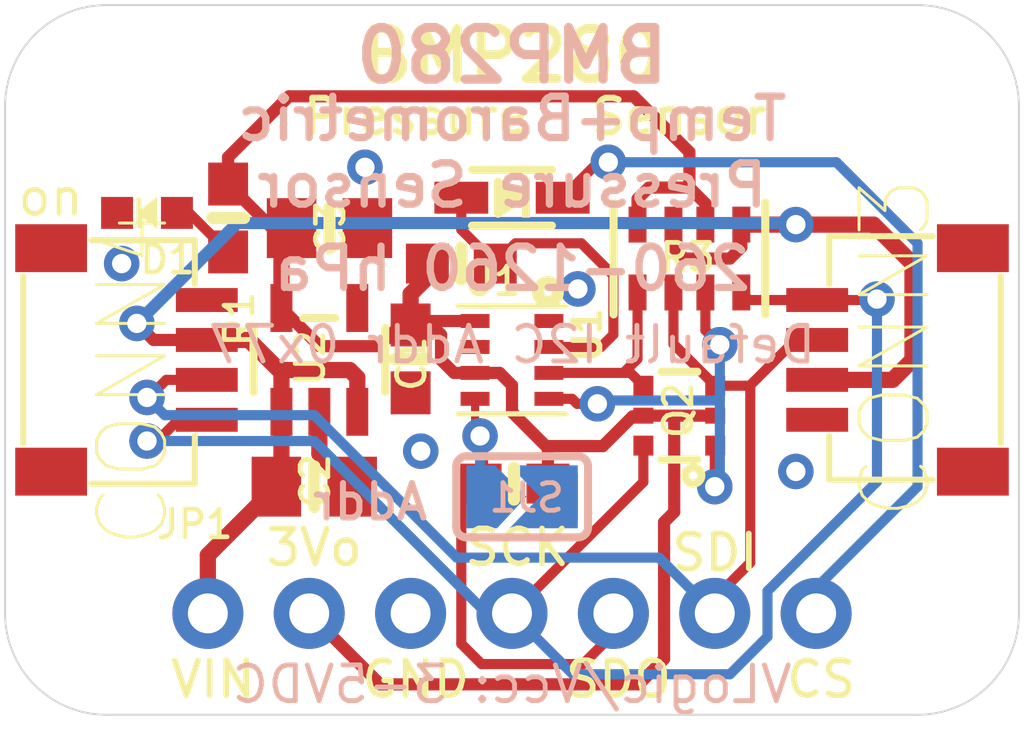
<source format=kicad_pcb>
(kicad_pcb (version 20240108) (generator "pcbnew") (generator_version "8.0")
  (layers (0 "F.Cu" signal) (31 "B.Cu" signal) (34 "B.Paste" user) (35 "F.Paste" user) (36 "B.SilkS" user "B.Silkscreen") (37 "F.SilkS" user "F.Silkscreen") (38 "B.Mask" user) (39 "F.Mask" user) (44 "Edge.Cuts" user))
  (net 0 "")
  (net 1 "GND")
  (net 2 "3.3V")
  (net 3 "VCC")
  (net 4 "/SCK{slash}SCL")
  (net 5 "/SDI{slash}SDA")
  (net 6 "Net-(D1-PadA)")
  (net 7 "/CS_3V")
  (net 8 "/CS")
  (net 9 "/SDO{slash}ADR")
  (net 10 "/SCK_3V")
  (net 11 "/SDI_3V")
  (footprint "Adafruit BMP280 STEMMA QT:SOD-323" (layer "F.Cu") (at 148.5011 100.9396 180)
    (property "Reference" "D2" (hide yes))
    (property "Value" "1N4148" (hide yes))
    (fp_line (start 1 0.7) (end -1 0.7) (stroke (width 0.2032)) (layer "F.SilkS"))
    (fp_line (start 0.35 0.4) (end -0.25 0) (stroke (width 0.2032)) (layer "F.SilkS"))
    (fp_line (start 0.35 -0.4) (end 0.35 0.4) (stroke (width 0.2032)) (layer "F.SilkS"))
    (fp_line (start -0.25 0) (end 0.35 -0.4) (stroke (width 0.2032)) (layer "F.SilkS"))
    (fp_line (start -1 -0.7) (end 1 -0.7) (stroke (width 0.2032)) (layer "F.SilkS"))
    (fp_poly (pts (xy 0.3016 0.389841) (xy -0.283162 0) (xy 0.3016 -0.389841)) (fill solid) (layer "F.SilkS"))
    (fp_poly (pts (xy -0.45 0.5) (xy -0.25 0.5) (xy -0.25 -0.5) (xy -0.45 -0.5)) (fill solid) (layer "F.SilkS"))
    (pad "A" smd rect (at 1.27 0 180) (size 1.35 0.8) (layers "F.Cu" "F.Paste" "F.Mask") (net 7 "/CS_3V"))
    (pad "C" smd rect (at -1.27 0 180) (size 1.35 0.8) (layers "F.Cu" "F.Paste" "F.Mask") (net 8 "/CS"))
  )
  (footprint "Adafruit BMP280 STEMMA QT:1X07_ROUND_70" (layer "F.Cu") (at 148.5011 111.3536)
    (property "Reference" "JP1" (at -8.9662 -1.8288 0) (layer "F.SilkS") (effects (font (size 0.692831 0.692831) (thickness 0.119969)) (justify left bottom)))
    (property "Value" "HEADER-1X770MIL")
    (pad "1" thru_hole circle (at -7.62 0 90) (size 1.778 1.778) (drill 1) (layers "*.Cu" "*.Mask") (net 3 "VCC"))
    (pad "2" thru_hole circle (at -5.08 0 90) (size 1.778 1.778) (drill 1) (layers "*.Cu" "*.Mask") (net 2 "3.3V"))
    (pad "3" thru_hole circle (at -2.54 0 90) (size 1.778 1.778) (drill 1) (layers "*.Cu" "*.Mask") (net 1 "GND"))
    (pad "4" thru_hole circle (at 0 0 90) (size 1.778 1.778) (drill 1) (layers "*.Cu" "*.Mask") (net 4 "/SCK{slash}SCL"))
    (pad "5" thru_hole circle (at 2.54 0 90) (size 1.778 1.778) (drill 1) (layers "*.Cu" "*.Mask") (net 9 "/SDO{slash}ADR"))
    (pad "6" thru_hole circle (at 5.08 0 90) (size 1.778 1.778) (drill 1) (layers "*.Cu" "*.Mask") (net 5 "/SDI{slash}SDA"))
    (pad "7" thru_hole circle (at 7.62 0 90) (size 1.778 1.778) (drill 1) (layers "*.Cu" "*.Mask") (net 8 "/CS"))
  )
  (footprint "Adafruit BMP280 STEMMA QT:SOT23-5" (layer "F.Cu") (at 143.6751 105.0036)
    (property "Reference" "U2" (at -0.635 -0.816 90) (layer "F.SilkS") (effects (font (size 0.692831 0.692831) (thickness 0.119969)) (justify right top)))
    (property "Value" "AP2112K-3.3" (hide yes))
    (fp_line (start -1.65 -0.8) (end -1.65 0.8) (stroke (width 0.2032)) (layer "F.SilkS"))
    (fp_line (start -0.4 -1.05) (end 0.4 -1.05) (stroke (width 0.2032)) (layer "F.SilkS"))
    (fp_line (start 1.65 -0.8) (end 1.65 0.8) (stroke (width 0.2032)) (layer "F.SilkS"))
    (pad "1" smd rect (at -0.95 1.3001) (size 0.55 1.2) (layers "F.Cu" "F.Paste" "F.Mask") (net 3 "VCC"))
    (pad "2" smd rect (at 0 1.3001) (size 0.55 1.2) (layers "F.Cu" "F.Paste" "F.Mask") (net 1 "GND"))
    (pad "3" smd rect (at 0.95 1.3001) (size 0.55 1.2) (layers "F.Cu" "F.Paste" "F.Mask") (net 3 "VCC"))
    (pad "4" smd rect (at 0.95 -1.3001) (size 0.55 1.2) (layers "F.Cu" "F.Paste" "F.Mask"))
    (pad "5" smd rect (at -0.95 -1.3001) (size 0.55 1.2) (layers "F.Cu" "F.Paste" "F.Mask") (net 2 "3.3V"))
  )
  (footprint "Adafruit BMP280 STEMMA QT:0603-NO" (layer "F.Cu") (at 147.2311 102.5906 180)
    (property "Reference" "R5" (hide yes))
    (property "Value" "10K")
    (fp_line (start 0 -0.4) (end 0 0.4) (stroke (width 0.3048)) (layer "F.SilkS"))
    (pad "1" smd rect (at -0.85 0 180) (size 1.075 1) (layers "F.Cu" "F.Paste" "F.Mask") (net 7 "/CS_3V"))
    (pad "2" smd rect (at 0.85 0 180) (size 1.075 1) (layers "F.Cu" "F.Paste" "F.Mask") (net 2 "3.3V"))
  )
  (footprint "Adafruit BMP280 STEMMA QT:0603-NO" (layer "F.Cu") (at 141.3891 101.4476 -90)
    (property "Reference" "R1" (at 1.778 0.127 90) (layer "F.SilkS") (effects (font (size 0.692831 0.692831) (thickness 0.119969)) (justify right top)))
    (property "Value" "10K")
    (fp_line (start 0 -0.4) (end 0 0.4) (stroke (width 0.3048)) (layer "F.SilkS"))
    (pad "1" smd rect (at -0.85 0 270) (size 1.075 1) (layers "F.Cu" "F.Paste" "F.Mask") (net 2 "3.3V"))
    (pad "2" smd rect (at 0.85 0 270) (size 1.075 1) (layers "F.Cu" "F.Paste" "F.Mask") (net 6 "Net-(D1-PadA)"))
  )
  (footprint "Adafruit BMP280 STEMMA QT:RESPACK_4X0603" (layer "F.Cu") (at 152.9461 102.4636 180)
    (property "Reference" "R3" (at -0.711 0.432 0) (layer "F.SilkS") (effects (font (size 0.692831 0.692831) (thickness 0.119969)) (justify right top)))
    (property "Value" "10K" (hide yes))
    (fp_line (start 1.9 -1.4) (end 1.9 1.4) (stroke (width 0.2032)) (layer "F.SilkS"))
    (fp_line (start -1.9 1.4) (end -1.9 -1.4) (stroke (width 0.2032)) (layer "F.SilkS"))
    (pad "1" smd rect (at -1.3 0.85 180) (size 0.45 0.9) (layers "F.Cu" "F.Paste" "F.Mask") (net 3 "VCC"))
    (pad "2" smd rect (at -0.4 0.85 180) (size 0.45 0.9) (layers "F.Cu" "F.Paste" "F.Mask") (net 2 "3.3V"))
    (pad "3" smd rect (at 0.4 0.85 180) (size 0.45 0.9) (layers "F.Cu" "F.Paste" "F.Mask") (net 3 "VCC"))
    (pad "4" smd rect (at 1.3 0.85 180) (size 0.45 0.9) (layers "F.Cu" "F.Paste" "F.Mask") (net 2 "3.3V"))
    (pad "5" smd rect (at 1.3 -0.85 180) (size 0.45 0.9) (layers "F.Cu" "F.Paste" "F.Mask") (net 11 "/SDI_3V"))
    (pad "6" smd rect (at 0.4 -0.85 180) (size 0.45 0.9) (layers "F.Cu" "F.Paste" "F.Mask") (net 5 "/SDI{slash}SDA"))
    (pad "7" smd rect (at -0.4 -0.85 180) (size 0.45 0.9) (layers "F.Cu" "F.Paste" "F.Mask") (net 10 "/SCK_3V"))
    (pad "8" smd rect (at -1.3 -0.85 180) (size 0.45 0.9) (layers "F.Cu" "F.Paste" "F.Mask") (net 4 "/SCK{slash}SCL"))
  )
  (footprint "Adafruit BMP280 STEMMA QT:0603-NO" (layer "F.Cu") (at 145.9611 104.9782 -90)
    (property "Reference" "C1" (at -0.635 0.381 90) (layer "F.SilkS") (effects (font (size 0.692831 0.692831) (thickness 0.119969)) (justify right top)))
    (property "Value" "0.1uF")
    (fp_line (start 0 -0.4) (end 0 0.4) (stroke (width 0.3048)) (layer "F.SilkS"))
    (pad "1" smd rect (at -0.85 0 270) (size 1.075 1) (layers "F.Cu" "F.Paste" "F.Mask") (net 2 "3.3V"))
    (pad "2" smd rect (at 0.85 0 270) (size 1.075 1) (layers "F.Cu" "F.Paste" "F.Mask") (net 1 "GND"))
  )
  (footprint "Adafruit BMP280 STEMMA QT:0805-NO" (layer "F.Cu") (at 143.9291 101.7016)
    (property "Reference" "C3" (at -0.381 -0.762 90) (layer "F.SilkS") (effects (font (size 0.692831 0.692831) (thickness 0.119969)) (justify right top)))
    (property "Value" "10uF" (hide yes))
    (fp_line (start 0 -0.508) (end 0 0.508) (stroke (width 0.3048)) (layer "F.SilkS"))
    (pad "1" smd rect (at -0.95 0) (size 1.24 1.5) (layers "F.Cu" "F.Paste" "F.Mask") (net 2 "3.3V"))
    (pad "2" smd rect (at 0.95 0) (size 1.24 1.5) (layers "F.Cu" "F.Paste" "F.Mask") (net 1 "GND"))
  )
  (footprint "Adafruit BMP280 STEMMA QT:JST_SH4" (layer "F.Cu") (at 138.3411 105.0036 -90)
    (property "Reference" "CONN4" (at -3.965 0.323 90) (layer "F.SilkS") (effects (font (size 1.703222 1.703222) (thickness 0.074778)) (justify right top)))
    (property "Value" "STEMMA_I2C_QT" (hide yes))
    (fp_line (start -2.1 2.086) (end 2.1 2.086) (stroke (width 0.1524)) (layer "F.SilkS"))
    (fp_line (start -3 0.386) (end -3 -2.214) (stroke (width 0.1524)) (layer "F.SilkS"))
    (fp_line (start -3 -2.214) (end -1.9 -2.214) (stroke (width 0.1524)) (layer "F.SilkS"))
    (fp_line (start 1.9 -2.214) (end 3.1 -2.214) (stroke (width 0.1524)) (layer "F.SilkS"))
    (fp_line (start 3.1 -2.214) (end 3.1 0.386) (stroke (width 0.1524)) (layer "F.SilkS"))
    (pad "1" smd rect (at -1.5 -2.514) (size 1.55 0.6) (layers "F.Cu" "F.Paste" "F.Mask") (net 1 "GND"))
    (pad "2" smd rect (at -0.5 -2.514) (size 1.55 0.6) (layers "F.Cu" "F.Paste" "F.Mask") (net 3 "VCC"))
    (pad "3" smd rect (at 0.5 -2.514) (size 1.55 0.6) (layers "F.Cu" "F.Paste" "F.Mask") (net 5 "/SDI{slash}SDA"))
    (pad "4" smd rect (at 1.5 -2.514) (size 1.55 0.6) (layers "F.Cu" "F.Paste" "F.Mask") (net 4 "/SCK{slash}SCL"))
    (pad "MT1" smd rect (at -2.8 1.386) (size 1.8 1.2) (layers "F.Cu" "F.Paste" "F.Mask"))
    (pad "MT2" smd rect (at 2.8 1.386) (size 1.8 1.2) (layers "F.Cu" "F.Paste" "F.Mask"))
  )
  (footprint "Adafruit BMP280 STEMMA QT:0603-NO" (layer "F.Cu") (at 148.5519 108.1024)
    (property "Reference" "R4" (hide yes))
    (property "Value" "10K")
    (fp_line (start 0 -0.4) (end 0 0.4) (stroke (width 0.3048)) (layer "F.SilkS"))
    (pad "1" smd rect (at -0.85 0) (size 1.075 1) (layers "F.Cu" "F.Paste" "F.Mask") (net 9 "/SDO{slash}ADR"))
    (pad "2" smd rect (at 0.85 0) (size 1.075 1) (layers "F.Cu" "F.Paste" "F.Mask") (net 2 "3.3V"))
  )
  (footprint "Adafruit BMP280 STEMMA QT:BMX280_COMBO" (layer "F.Cu") (at 148.5011 105.0036)
    (property "Reference" "U1" (at -1.26 -1.568 0) (layer "F.SilkS") (effects (font (size 0.692831 0.692831) (thickness 0.119969)) (justify left bottom)))
    (property "Value" "BMP280_COMBO")
    (fp_line (start -1.35 -1.35) (end 1.35 -1.35) (stroke (width 0.127)) (layer "F.SilkS"))
    (fp_line (start -1.35 1.35) (end 1.35 1.35) (stroke (width 0.127)) (layer "F.SilkS"))
    (fp_line (start -1.1 -1.35) (end 1.1 -1.35) (stroke (width 0.127)) (layer "F.SilkS"))
    (fp_line (start 1.1 1.35) (end -1.1 1.35) (stroke (width 0.127)) (layer "F.SilkS"))
    (fp_circle (center 0.9 -1.7) (end 1 -1.7) (stroke (width 0.3)) (fill none) (layer "F.SilkS"))
    (fp_text user "${REFERENCE}" (at 1.498 -1.39 90) (layer "F.SilkS") (effects (font (size 0.666496 0.666496) (thickness 0.146304)) (justify right top)))
    (pad "1" smd rect (at 0.925 -0.975) (size 0.725 0.35) (layers "F.Cu" "F.Paste" "F.Mask") (net 1 "GND"))
    (pad "2" smd rect (at 0.925 -0.325) (size 0.725 0.35) (layers "F.Cu" "F.Paste" "F.Mask") (net 7 "/CS_3V"))
    (pad "3" smd rect (at 0.925 0.325) (size 0.725 0.35) (layers "F.Cu" "F.Paste" "F.Mask") (net 11 "/SDI_3V"))
    (pad "4" smd rect (at 0.925 0.975) (size 0.725 0.35) (layers "F.Cu" "F.Paste" "F.Mask") (net 10 "/SCK_3V"))
    (pad "5" smd rect (at -0.925 0.975) (size 0.725 0.35) (layers "F.Cu" "F.Paste" "F.Mask") (net 9 "/SDO{slash}ADR"))
    (pad "6" smd rect (at -0.925 0.325) (size 0.725 0.35) (layers "F.Cu" "F.Paste" "F.Mask") (net 2 "3.3V"))
    (pad "7" smd rect (at -0.925 -0.325) (size 0.725 0.35) (layers "F.Cu" "F.Paste" "F.Mask") (net 1 "GND"))
    (pad "8" smd rect (at -0.925 -0.975) (size 0.725 0.35) (layers "F.Cu" "F.Paste" "F.Mask") (net 2 "3.3V"))
  )
  (footprint "Adafruit BMP280 STEMMA QT:CHIPLED_0603_NOOUTLINE" (layer "F.Cu") (at 139.3571 101.3206 90)
    (property "Reference" "D1" (at -0.762 1.27 0) (layer "F.SilkS") (effects (font (size 0.692831 0.692831) (thickness 0.119969)) (justify right top)))
    (property "Value" "GREEN" (hide yes))
    (fp_poly (pts (xy 0.412544 0.254) (xy -0.412544 0.254) (xy 0 -0.26168)) (fill solid) (layer "F.SilkS"))
    (fp_poly (pts (xy -0.381 -0.1397) (xy 0.381 -0.1397) (xy 0.381 -0.2667) (xy -0.381 -0.2667)) (fill solid) (layer "F.SilkS"))
    (pad "A" smd rect (at 0 0.75 90) (size 0.8 0.8) (layers "F.Cu" "F.Paste" "F.Mask") (net 6 "Net-(D1-PadA)"))
    (pad "C" smd rect (at 0 -0.75 90) (size 0.8 0.8) (layers "F.Cu" "F.Paste" "F.Mask") (net 1 "GND"))
  )
  (footprint "Adafruit BMP280 STEMMA QT:SOT363" (layer "F.Cu") (at 152.6921 106.4006 90)
    (property "Reference" "Q2" (at -0.635 0.381 90) (layer "F.SilkS") (effects (font (size 0.692831 0.692831) (thickness 0.119969)) (justify left bottom)))
    (property "Value" "BSS138" (hide yes))
    (fp_line (start 1.1 -0.45) (end 1.1 0.45) (stroke (width 0.2032)) (layer "F.SilkS"))
    (fp_line (start -1.1 -0.45) (end -1.1 0.45) (stroke (width 0.2032)) (layer "F.SilkS"))
    (fp_circle (center -1.5 0.35) (end -1.4 0.35) (stroke (width 0.2032)) (fill none) (layer "F.SilkS"))
    (pad "1" smd rect (at -0.75 0.9 90) (size 0.5 0.5) (layers "F.Cu" "F.Paste" "F.Mask") (net 10 "/SCK_3V"))
    (pad "2" smd rect (at 0 0.9 90) (size 0.4 0.5) (layers "F.Cu" "F.Paste" "F.Mask") (net 2 "3.3V"))
    (pad "3" smd rect (at 0.75 0.9 90) (size 0.5 0.5) (layers "F.Cu" "F.Paste" "F.Mask") (net 5 "/SDI{slash}SDA"))
    (pad "4" smd rect (at 0.75 -0.9 90) (size 0.5 0.5) (layers "F.Cu" "F.Paste" "F.Mask") (net 11 "/SDI_3V"))
    (pad "5" smd rect (at 0 -0.9 90) (size 0.4 0.5) (layers "F.Cu" "F.Paste" "F.Mask") (net 2 "3.3V"))
    (pad "6" smd rect (at -0.75 -0.9 90) (size 0.5 0.5) (layers "F.Cu" "F.Paste" "F.Mask") (net 4 "/SCK{slash}SCL"))
  )
  (footprint "Adafruit BMP280 STEMMA QT:0805-NO" (layer "F.Cu") (at 143.5481 108.1786)
    (property "Reference" "C2" (at -0.381 -0.889 90) (layer "F.SilkS") (effects (font (size 0.692831 0.692831) (thickness 0.119969)) (justify right top)))
    (property "Value" "10uF")
    (fp_line (start 0 -0.508) (end 0 0.508) (stroke (width 0.3048)) (layer "F.SilkS"))
    (pad "1" smd rect (at -0.95 0) (size 1.24 1.5) (layers "F.Cu" "F.Paste" "F.Mask") (net 3 "VCC"))
    (pad "2" smd rect (at 0.95 0) (size 1.24 1.5) (layers "F.Cu" "F.Paste" "F.Mask") (net 1 "GND"))
  )
  (footprint "Adafruit BMP280 STEMMA QT:JST_SH4" (layer "F.Cu") (at 158.6611 105.0036 90)
    (property "Reference" "CONN3" (at -4.092 0.45 90) (layer "F.SilkS") (effects (font (size 1.703222 1.703222) (thickness 0.074778)) (justify left bottom)))
    (property "Value" "STEMMA_I2C_QT" (hide yes))
    (fp_line (start 3.1 -2.214) (end 3.1 0.386) (stroke (width 0.1524)) (layer "F.SilkS"))
    (fp_line (start 1.9 -2.214) (end 3.1 -2.214) (stroke (width 0.1524)) (layer "F.SilkS"))
    (fp_line (start -3 -2.214) (end -1.9 -2.214) (stroke (width 0.1524)) (layer "F.SilkS"))
    (fp_line (start -3 0.386) (end -3 -2.214) (stroke (width 0.1524)) (layer "F.SilkS"))
    (fp_line (start -2.1 2.086) (end 2.1 2.086) (stroke (width 0.1524)) (layer "F.SilkS"))
    (pad "1" smd rect (at -1.5 -2.514 180) (size 1.55 0.6) (layers "F.Cu" "F.Paste" "F.Mask") (net 1 "GND"))
    (pad "2" smd rect (at -0.5 -2.514 180) (size 1.55 0.6) (layers "F.Cu" "F.Paste" "F.Mask") (net 3 "VCC"))
    (pad "3" smd rect (at 0.5 -2.514 180) (size 1.55 0.6) (layers "F.Cu" "F.Paste" "F.Mask") (net 5 "/SDI{slash}SDA"))
    (pad "4" smd rect (at 1.5 -2.514 180) (size 1.55 0.6) (layers "F.Cu" "F.Paste" "F.Mask") (net 4 "/SCK{slash}SCL"))
    (pad "MT1" smd rect (at -2.8 1.386 180) (size 1.8 1.2) (layers "F.Cu" "F.Paste" "F.Mask"))
    (pad "MT2" smd rect (at 2.8 1.386 180) (size 1.8 1.2) (layers "F.Cu" "F.Paste" "F.Mask"))
  )
  (footprint "Adafruit BMP280 STEMMA QT:SOLDERJUMPER_ARROW_NOPASTE" (layer "B.Cu") (at 148.7551 108.4326)
    (property "Reference" "SJ1" (at -0.889 -0.381 0) (layer "B.SilkS") (effects (font (size 0.692831 0.692831) (thickness 0.119969)) (justify right top mirror)))
    (property "Value" "SOLDERJUMPER")
    (fp_poly (pts (xy 0.106121 -0.002663) (xy -0.679416 -0.7882) (xy -1.3946 -0.7882) (xy -1.3946 0.7882) (xy -0.62715 0.7882)) (fill solid) (layer "B.Cu"))
    (fp_poly (pts (xy 1.3946 -0.7882) (xy -0.315893 -0.7882) (xy 0.443148 0) (xy -0.315893 0.7882) (xy 1.3946 0.7882)) (fill solid) (layer "B.Cu"))
    (fp_line (start -1.651 0.762) (end -1.651 -0.762) (stroke (width 0.2032)) (layer "B.SilkS"))
    (fp_line (start -1.397 -1.016) (end 1.397 -1.016) (stroke (width 0.2032)) (layer "B.SilkS"))
    (fp_line (start 1.397 1.016) (end -1.397 1.016) (stroke (width 0.2032)) (layer "B.SilkS"))
    (fp_line (start 1.651 0.762) (end 1.651 -0.762) (stroke (width 0.2032)) (layer "B.SilkS"))
    (fp_arc (start -1.651 -0.762) (mid -1.576605 -0.941605) (end -1.397 -1.016) (stroke (width 0.2032)) (layer "B.SilkS"))
    (fp_arc (start -1.397 1.016) (mid -1.576605 0.941605) (end -1.651 0.762) (stroke (width 0.2032)) (layer "B.SilkS"))
    (fp_arc (start 1.397 -1.016) (mid 1.576605 -0.941605) (end 1.651 -0.762) (stroke (width 0.2032)) (layer "B.SilkS"))
    (fp_arc (start 1.651 0.762) (mid 1.576605 0.941605) (end 1.397 1.016) (stroke (width 0.2032)) (layer "B.SilkS"))
    (pad "1" smd roundrect (at -1.016 0) (size 0.762 1.524) (layers "B.Cu") (net 9 "/SDO{slash}ADR"))
    (pad "2" smd roundrect (at 1.016 0) (size 0.762 1.524) (layers "B.Cu") (net 1 "GND"))
  )
  (gr_arc (start 138.3411 113.8936) (mid 136.545049 113.149651) (end 135.8011 111.3536) (stroke (width 0.05)) (layer "Edge.Cuts"))
  (gr_line (start 161.2011 111.3536) (end 161.2011 98.6536) (stroke (width 0.05)) (layer "Edge.Cuts"))
  (gr_line (start 158.6611 96.1136) (end 138.3411 96.1136) (stroke (width 0.05)) (layer "Edge.Cuts"))
  (gr_line (start 135.8011 98.6536) (end 135.8011 111.3536) (stroke (width 0.05)) (layer "Edge.Cuts"))
  (gr_line (start 138.3411 113.8936) (end 158.6611 113.8936) (stroke (width 0.05)) (layer "Edge.Cuts"))
  (gr_arc (start 158.6611 96.1136) (mid 160.457151 96.857549) (end 161.2011 98.6536) (stroke (width 0.05)) (layer "Edge.Cuts"))
  (gr_arc (start 161.2011 111.3536) (mid 160.457151 113.149651) (end 158.6611 113.8936) (stroke (width 0.05)) (layer "Edge.Cuts"))
  (gr_arc (start 135.8011 98.6536) (mid 136.545049 96.857549) (end 138.3411 96.1136) (stroke (width 0.05)) (layer "Edge.Cuts"))
  (gr_text "BMP280" (at 148.5011 97.3836 0) (layer "B.SilkS") (effects (font (size 1.2954 1.2954) (thickness 0.2286)) (justify mirror)))
  (gr_text "Default I2C Addr 0x77" (at 148.5011 104.6226 0) (layer "B.SilkS") (effects (font (size 0.89408 0.89408) (thickness 0.12192)) (justify mirror)))
  (gr_text "260-1260 hPa" (at 148.5011 102.7176 0) (layer "B.SilkS") (effects (font (size 1.03632 1.03632) (thickness 0.18288)) (justify mirror)))
  (gr_text "Addr" (at 144.9451 108.5596 0) (layer "B.SilkS") (effects (font (size 0.8636 0.8636) (thickness 0.1524)) (justify mirror)))
  (gr_text "VLogic/Vcc: 3-5VDC" (at 148.5011 113.1316 0) (layer "B.SilkS") (effects (font (size 0.89408 0.89408) (thickness 0.12192)) (justify mirror)))
  (gr_text "Temp+Barometric\nPressure Sensor" (at 148.5011 99.7966 0) (layer "B.SilkS") (effects (font (size 1.03632 1.03632) (thickness 0.18288)) (justify mirror)))
  (gr_text "VIN" (at 141.0081 113.0046 0) (layer "F.SilkS") (effects (font (size 0.87376 0.87376) (thickness 0.14224))))
  (gr_text "on" (at 136.0551 101.4476 0) (layer "F.SilkS") (effects (font (size 0.89408 0.89408) (thickness 0.12192)) (justify left bottom)))
  (gr_text "SDO" (at 151.1681 113.0046 0) (layer "F.SilkS") (effects (font (size 0.87376 0.87376) (thickness 0.14224))))
  (gr_text "3Vo" (at 143.5481 109.7026 0) (layer "F.SilkS") (effects (font (size 0.87376 0.87376) (thickness 0.14224))))
  (gr_text "CS" (at 156.2481 113.0046 0) (layer "F.SilkS") (effects (font (size 0.87376 0.87376) (thickness 0.14224))))
  (gr_text "SCK" (at 148.6281 109.7026 0) (layer "F.SilkS") (effects (font (size 0.87376 0.87376) (thickness 0.14224))))
  (gr_text "Pressure" (at 146.0881 98.9076 0) (layer "F.SilkS") (effects (font (size 0.8636 0.8636) (thickness 0.1524))))
  (gr_text "Sensor" (at 152.6921 98.9076 0) (layer "F.SilkS") (effects (font (size 0.8636 0.8636) (thickness 0.1524))))
  (gr_text "GND" (at 146.0881 113.0046 0) (layer "F.SilkS") (effects (font (size 0.87376 0.87376) (thickness 0.14224))))
  (gr_text "SDI" (at 153.5811 109.8296 0) (layer "F.SilkS") (effects (font (size 0.87376 0.87376) (thickness 0.14224))))
  (gr_text "BMP280" (at 148.5011 97.3836 0) (layer "F.SilkS") (effects (font (size 1.25222 1.25222) (thickness 0.22098))))
  (segment (start 143.6751 107.3556) (end 144.4981 108.1786) (width 0.4064) (layer "F.Cu") (net 1))
  (segment (start 143.6751 106.3037) (end 143.6751 107.3556) (width 0.4064) (layer "F.Cu") (net 1))
  (via (at 138.7221 102.5906) (size 0.889) (drill 0.4826) (layers "F.Cu" "B.Cu") (net 1))
  (via (at 144.8181 100.1776) (size 0.889) (drill 0.4826) (layers "F.Cu" "B.Cu") (net 1))
  (via (at 155.6131 107.7976) (size 0.889) (drill 0.4826) (layers "F.Cu" "B.Cu") (net 1))
  (via (at 146.2151 107.2896) (size 0.889) (drill 0.4826) (layers "F.Cu" "B.Cu") (net 1))
  (via (at 150.1521 103.2256) (size 0.889) (drill 0.4826) (layers "F.Cu" "B.Cu") (net 1))
  (segment (start 145.9611 103.3526) (end 146.3811 102.9326) (width 0.4064) (layer "F.Cu") (net 2))
  (segment (start 142.4931 101.7016) (end 142.9791 101.7016) (width 0.3048) (layer "F.Cu") (net 2))
  (segment (start 151.7747 106.418) (end 151.521806 106.418) (width 0.3048) (layer "F.Cu") (net 2))
  (segment (start 148.1911 105.3286) (end 147.5761 105.3286) (width 0.3048) (layer "F.Cu") (net 2))
  (segment (start 141.3891 99.9236) (end 142.9131 98.3996) (width 0.3048) (layer "F.Cu") (net 2))
  (segment (start 146.7231 105.0036) (end 146.7231 104.3686) (width 0.3048) (layer "F.Cu") (net 2))
  (segment (start 149.4019 107.2134) (end 149.4527 107.1626) (width 0.3048) (layer "F.Cu") (net 2))
  (segment (start 141.3891 100.5976) (end 142.4931 101.7016) (width 0.3048) (layer "F.Cu") (net 2))
  (segment (start 152.9461 100.6856) (end 151.9301 100.6856) (width 0.3048) (layer "F.Cu") (net 2))
  (segment (start 142.7251 103.7035) (end 143.6807 104.6591) (width 0.3048) (layer "F.Cu") (net 2))
  (segment (start 152.3111 109.0676) (end 152.5651 108.8136) (width 0.3048) (layer "F.Cu") (net 2))
  (segment (start 147.5761 104.0286) (end 146.0607 104.0286) (width 0.3048) (layer "F.Cu") (net 2))
  (segment (start 143.4211 111.3536) (end 145.1991 113.1316) (width 0.3048) (layer "F.Cu") (net 2))
  (segment (start 153.3461 101.6136) (end 153.3461 101.0856) (width 0.3048) (layer "F.Cu") (net 2))
  (segment (start 145.7071 104.1282) (end 145.1762 104.6591) (width 0.3048) (layer "F.Cu") (net 2))
  (segment (start 149.4527 107.1626) (end 150.777206 107.1626) (width 0.3048) (layer "F.Cu") (net 2))
  (segment (start 151.5491 98.3996) (end 152.9461 99.7966) (width 0.3048) (layer "F.Cu") (net 2))
  (segment (start 151.7921 106.4006) (end 151.7747 106.418) (width 0.3048) (layer "F.Cu") (net 2))
  (segment (start 142.9131 98.3996) (end 151.5491 98.3996) (width 0.3048) (layer "F.Cu") (net 2))
  (segment (start 142.7251 101.9556) (end 142.9791 101.7016) (width 0.4064) (layer "F.Cu") (net 2))
  (segment (start 141.3891 100.5976) (end 141.3891 99.9236) (width 0.3048) (layer "F.Cu") (net 2))
  (segment (start 148.5011 105.6386) (end 148.5011 106.3126) (width 0.3048) (layer "F.Cu") (net 2))
  (segment (start 151.521806 106.418) (end 150.777206 107.1626) (width 0.3048) (layer "F.Cu") (net 2))
  (segment (start 142.7251 103.7035) (end 142.7251 101.9556) (width 0.4064) (layer "F.Cu") (net 2))
  (segment (start 143.6807 104.6591) (end 145.1762 104.6591) (width 0.3048) (layer "F.Cu") (net 2))
  (segment (start 149.4019 108.1024) (end 149.4019 107.2134) (width 0.3048) (layer "F.Cu") (net 2))
  (segment (start 152.9461 99.7966) (end 152.9461 100.6856) (width 0.3048) (layer "F.Cu") (net 2))
  (segment (start 145.1991 113.1316) (end 151.6761 113.1316) (width 0.3048) (layer "F.Cu") (net 2))
  (segment (start 146.4827 104.1282) (end 145.9611 104.1282) (width 0.3048) (layer "F.Cu") (net 2))
  (segment (start 151.6461 100.9696) (end 151.6461 101.6136) (width 0.3048) (layer "F.Cu") (net 2))
  (segment (start 145.7071 104.1282) (end 145.9611 104.1282) (width 0.3048) (layer "F.Cu") (net 2))
  (segment (start 146.7231 105.0036) (end 147.0481 105.3286) (width 0.3048) (layer "F.Cu") (net 2))
  (segment (start 151.6761 113.1316) (end 152.3111 112.4966) (width 0.3048) (layer "F.Cu") (net 2))
  (segment (start 153.3461 101.0856) (end 152.9461 100.6856) (width 0.3048) (layer "F.Cu") (net 2))
  (segment (start 146.3811 102.9326) (end 146.3811 102.5906) (width 0.4064) (layer "F.Cu") (net 2))
  (segment (start 146.7231 104.3686) (end 146.4827 104.1282) (width 0.3048) (layer "F.Cu") (net 2))
  (segment (start 146.0607 104.0286) (end 145.9611 104.1282) (width 0.3048) (layer "F.Cu") (net 2))
  (segment (start 152.5651 106.4006) (end 153.5921 106.4006) (width 0.3048) (layer "F.Cu") (net 2))
  (segment (start 147.0481 105.3286) (end 147.5761 105.3286) (width 0.3048) (layer "F.Cu") (net 2))
  (segment (start 152.5651 108.8136) (end 152.5651 106.4006) (width 0.3048) (layer "F.Cu") (net 2))
  (segment (start 151.7921 106.4006) (end 152.5651 106.4006) (width 0.3048) (layer "F.Cu") (net 2))
  (segment (start 148.5011 105.6386) (end 148.1911 105.3286) (width 0.3048) (layer "F.Cu") (net 2))
  (segment (start 149.4019 107.2134) (end 148.5011 106.3126) (width 0.3048) (layer "F.Cu") (net 2))
  (segment (start 145.9611 104.1282) (end 145.9611 103.3526) (width 0.4064) (layer "F.Cu") (net 2))
  (segment (start 152.3111 112.4966) (end 152.3111 109.0676) (width 0.3048) (layer "F.Cu") (net 2))
  (segment (start 151.9301 100.6856) (end 151.6461 100.9696) (width 0.3048) (layer "F.Cu") (net 2))
  (segment (start 139.5175 104.5036) (end 139.1031 104.0892) (width 0.3048) (layer "F.Cu") (net 3))
  (segment (start 142.7861 105.2576) (end 142.7251 105.3186) (width 0.4064) (layer "F.Cu") (net 3))
  (segment (start 144.6251 105.4456) (end 144.4371 105.2576) (width 0.4064) (layer "F.Cu") (net 3))
  (segment (start 158.5341 105.0036) (end 158.0341 105.5036) (width 0.4064) (layer "F.Cu") (net 3))
  (segment (start 141.9101 104.5036) (end 142.7251 105.3186) (width 0.4064) (layer "F.Cu") (net 3))
  (segment (start 144.6251 106.3037) (end 144.6251 105.4456) (width 0.4064) (layer "F.Cu") (net 3))
  (segment (start 154.2461 102.1796) (end 154.2461 101.6136) (width 0.3048) (layer "F.Cu") (net 3))
  (segment (start 157.5571 101.6136) (end 158.5341 102.5906) (width 0.4064) (layer "F.Cu") (net 3))
  (segment (start 140.8811 109.8956) (end 142.5981 108.1786) (width 0.4064) (layer "F.Cu") (net 3))
  (segment (start 158.0341 105.5036) (end 156.1471 105.5036) (width 0.4064) (layer "F.Cu") (net 3))
  (segment (start 158.5341 102.5906) (end 158.5341 105.0036) (width 0.4064) (layer "F.Cu") (net 3))
  (segment (start 142.7251 106.3037) (end 142.7251 108.0516) (width 0.4064) (layer "F.Cu") (net 3))
  (segment (start 140.8551 104.5036) (end 141.9101 104.5036) (width 0.4064) (layer "F.Cu") (net 3))
  (segment (start 142.7251 105.3186) (end 142.7251 106.3037) (width 0.4064) (layer "F.Cu") (net 3))
  (segment (start 155.6131 101.6136) (end 157.5571 101.6136) (width 0.4064) (layer "F.Cu") (net 3))
  (segment (start 144.4371 105.2576) (end 142.7861 105.2576) (width 0.4064) (layer "F.Cu") (net 3))
  (segment (start 140.8551 104.5036) (end 139.5175 104.5036) (width 0.3048) (layer "F.Cu") (net 3))
  (segment (start 152.8191 102.4636) (end 153.9621 102.4636) (width 0.3048) (layer "F.Cu") (net 3))
  (segment (start 154.2461 101.6136) (end 155.6131 101.6136) (width 0.4064) (layer "F.Cu") (net 3))
  (segment (start 152.5461 102.1906) (end 152.8191 102.4636) (width 0.3048) (layer "F.Cu") (net 3))
  (segment (start 152.5461 101.6136) (end 152.5461 102.1906) (width 0.3048) (layer "F.Cu") (net 3))
  (segment (start 153.9621 102.4636) (end 154.2461 102.1796) (width 0.3048) (layer "F.Cu") (net 3))
  (segment (start 142.7251 108.0516) (end 142.5981 108.1786) (width 0.4064) (layer "F.Cu") (net 3))
  (segment (start 140.8811 111.3536) (end 140.8811 109.8956) (width 0.4064) (layer "F.Cu") (net 3))
  (via (at 155.6131 101.6136) (size 0.889) (drill 0.4826) (layers "F.Cu" "B.Cu") (net 3))
  (via (at 139.1031 104.0892) (size 0.889) (drill 0.4826) (layers "F.Cu" "B.Cu") (net 3))
  (segment (start 139.1031 104.0892) (end 141.6177 101.5746) (width 0.3048) (layer "B.Cu") (net 3))
  (segment (start 141.6177 101.5746) (end 155.6131 101.5746) (width 0.3048) (layer "B.Cu") (net 3))
  (segment (start 155.6131 101.5746) (end 155.6131 101.6136) (width 0.3048) (layer "B.Cu") (net 3))
  (segment (start 151.7921 108.0626) (end 148.5011 111.3536) (width 0.254) (layer "F.Cu") (net 4))
  (segment (start 156.1471 103.5036) (end 157.6211 103.5036) (width 0.254) (layer "F.Cu") (net 4))
  (segment (start 139.6111 107.0356) (end 139.3571 107.0356) (width 0.254) (layer "F.Cu") (net 4))
  (segment (start 154.4361 103.5036) (end 154.2461 103.3136) (width 0.254) (layer "F.Cu") (net 4))
  (segment (start 157.6211 103.5036) (end 157.6451 103.4796) (width 0.254) (layer "F.Cu") (net 4))
  (segment (start 151.7921 107.1506) (end 151.7921 108.0626) (width 0.254) (layer "F.Cu") (net 4))
  (segment (start 140.8551 106.5036) (end 140.1431 106.5036) (width 0.254) (layer "F.Cu") (net 4))
  (segment (start 156.1471 103.5036) (end 154.4361 103.5036) (width 0.254) (layer "F.Cu") (net 4))
  (segment (start 140.1431 106.5036) (end 139.6111 107.0356) (width 0.254) (layer "F.Cu") (net 4))
  (via (at 139.3571 107.0356) (size 0.889) (drill 0.4826) (layers "F.Cu" "B.Cu") (net 4))
  (via (at 157.6451 103.4796) (size 0.889) (drill 0.4826) (layers "F.Cu" "B.Cu") (net 4))
  (segment (start 148.5011 111.3536) (end 150.0251 112.8776) (width 0.254) (layer "B.Cu") (net 4))
  (segment (start 154.9019 111.9378) (end 154.9019 110.7948) (width 0.254) (layer "B.Cu") (net 4))
  (segment (start 157.6451 103.4796) (end 157.6451 108.0516) (width 0.254) (layer "B.Cu") (net 4))
  (segment (start 147.8661 111.3536) (end 148.5011 111.3536) (width 0.254) (layer "B.Cu") (net 4))
  (segment (start 139.3571 107.0356) (end 143.5481 107.0356) (width 0.254) (layer "B.Cu") (net 4))
  (segment (start 147.8661 111.3536) (end 143.5481 107.0356) (width 0.254) (layer "B.Cu") (net 4))
  (segment (start 153.9621 112.8776) (end 154.9019 111.9378) (width 0.254) (layer "B.Cu") (net 4))
  (segment (start 154.9019 110.7948) (end 157.6451 108.0516) (width 0.254) (layer "B.Cu") (net 4))
  (segment (start 150.0251 112.8776) (end 153.9621 112.8776) (width 0.254) (layer "B.Cu") (net 4))
  (segment (start 140.8551 105.5036) (end 139.8391 105.5036) (width 0.254) (layer "F.Cu") (net 5))
  (segment (start 152.5461 103.3136) (end 152.5461 104.6046) (width 0.254) (layer "F.Cu") (net 5))
  (segment (start 153.5811 110.9726) (end 154.4701 110.0836) (width 0.254) (layer "F.Cu") (net 5))
  (segment (start 155.6051 104.5036) (end 154.4581 105.6506) (width 0.254) (layer "F.Cu") (net 5))
  (segment (start 153.5811 111.3536) (end 153.5811 110.9726) (width 0.254) (layer "F.Cu") (net 5))
  (segment (start 154.4701 110.0836) (end 154.4701 105.6626) (width 0.254) (layer "F.Cu") (net 5))
  (segment (start 156.1471 104.5036) (end 155.6051 104.5036) (width 0.254) (layer "F.Cu") (net 5))
  (segment (start 152.5461 104.6046) (end 153.5921 105.6506) (width 0.254) (layer "F.Cu") (net 5))
  (segment (start 139.3993 105.9434) (end 139.3571 105.9434) (width 0.254) (layer "F.Cu") (net 5))
  (segment (start 139.8391 105.5036) (end 139.3993 105.9434) (width 0.254) (layer "F.Cu") (net 5))
  (segment (start 154.4701 105.6626) (end 154.4581 105.6506) (width 0.254) (layer "F.Cu") (net 5))
  (segment (start 154.4581 105.6506) (end 153.5921 105.6506) (width 0.254) (layer "F.Cu") (net 5))
  (via (at 139.3571 105.9434) (size 0.889) (drill 0.4826) (layers "F.Cu" "B.Cu") (net 5))
  (segment (start 143.546981 106.3879) (end 147.115681 109.9566) (width 0.254) (layer "B.Cu") (net 5))
  (segment (start 139.3571 105.9434) (end 139.8016 106.3879) (width 0.254) (layer "B.Cu") (net 5))
  (segment (start 152.1841 109.9566) (end 153.5811 111.3536) (width 0.254) (layer "B.Cu") (net 5))
  (segment (start 147.115681 109.9566) (end 152.1841 109.9566) (width 0.254) (layer "B.Cu") (net 5))
  (segment (start 143.546981 106.3879) (end 139.8016 106.3879) (width 0.254) (layer "B.Cu") (net 5))
  (segment (start 140.4121 101.3206) (end 141.3891 102.2976) (width 0.254) (layer "F.Cu") (net 6))
  (segment (start 140.1071 101.3206) (end 140.4121 101.3206) (width 0.254) (layer "F.Cu") (net 6))
  (segment (start 147.2311 100.9396) (end 147.2311 101.7406) (width 0.254) (layer "F.Cu") (net 7))
  (segment (start 148.0811 102.5906) (end 147.2311 101.7406) (width 0.254) (layer "F.Cu") (net 7))
  (segment (start 150.7311 104.6786) (end 149.4261 104.6786) (width 0.254) (layer "F.Cu") (net 7))
  (segment (start 151.0411 104.3686) (end 151.0411 102.8836) (width 0.254) (layer "F.Cu") (net 7))
  (segment (start 148.5891 102.0826) (end 148.0811 102.5906) (width 0.254) (layer "F.Cu") (net 7))
  (segment (start 151.0411 104.3686) (end 150.7311 104.6786) (width 0.254) (layer "F.Cu") (net 7))
  (segment (start 151.0411 102.8836) (end 150.2401 102.0826) (width 0.254) (layer "F.Cu") (net 7))
  (segment (start 150.2401 102.0826) (end 148.5891 102.0826) (width 0.254) (layer "F.Cu") (net 7))
  (segment (start 149.7711 100.9396) (end 150.6601 100.0506) (width 0.254) (layer "F.Cu") (net 8))
  (segment (start 150.6601 100.0506) (end 150.9141 100.0506) (width 0.254) (layer "F.Cu") (net 8))
  (via (at 150.9141 100.0506) (size 0.889) (drill 0.4826) (layers "F.Cu" "B.Cu") (net 8))
  (segment (start 158.6611 102.0826) (end 158.6611 108.1786) (width 0.254) (layer "B.Cu") (net 8))
  (segment (start 156.1211 110.7186) (end 156.1211 111.3536) (width 0.254) (layer "B.Cu") (net 8))
  (segment (start 158.6611 108.1786) (end 156.1211 110.7186) (width 0.254) (layer "B.Cu") (net 8))
  (segment (start 150.9141 100.0506) (end 156.6291 100.0506) (width 0.254) (layer "B.Cu") (net 8))
  (segment (start 156.6291 100.0506) (end 158.6611 102.0826) (width 0.254) (layer "B.Cu") (net 8))
  (segment (start 147.2311 112.1156) (end 147.7391 112.6236) (width 0.254) (layer "F.Cu") (net 9))
  (segment (start 151.0411 111.8616) (end 151.0411 111.3536) (width 0.254) (layer "F.Cu") (net 9))
  (segment (start 147.7761 106.9086) (end 147.701 106.9086) (width 0.254) (layer "F.Cu") (net 9))
  (segment (start 147.2311 108.5732) (end 147.2311 112.1156) (width 0.254) (layer "F.Cu") (net 9))
  (segment (start 147.5761 106.7086) (end 147.7761 106.9086) (width 0.2032) (layer "F.Cu") (net 9))
  (segment (start 150.2791 112.6236) (end 151.0411 111.8616) (width 0.254) (layer "F.Cu") (net 9))
  (segment (start 147.7019 108.1024) (end 147.2311 108.5732) (width 0.254) (layer "F.Cu") (net 9))
  (segment (start 147.7391 112.6236) (end 150.2791 112.6236) (width 0.254) (layer "F.Cu") (net 9))
  (segment (start 147.7761 106.9086) (end 147.7761 108.0282) (width 0.254) (layer "F.Cu") (net 9))
  (segment (start 147.7761 108.0282) (end 147.7019 108.1024) (width 0.254) (layer "F.Cu") (net 9))
  (segment (start 147.5761 105.9786) (end 147.5761 106.7086) (width 0.2032) (layer "F.Cu") (net 9))
  (segment (start 147.701 106.9086) (end 147.7011 106.9085) (width 0.254) (layer "F.Cu") (net 9))
  (via (at 147.701 106.9086) (size 0.889) (drill 0.4826) (layers "F.Cu" "B.Cu") (net 9))
  (segment (start 147.701 108.3945) (end 147.7391 108.4326) (width 0.254) (layer "B.Cu") (net 9))
  (segment (start 147.701 106.9086) (end 147.701 108.3945) (width 0.254) (layer "B.Cu") (net 9))
  (segment (start 153.3461 104.2606) (end 153.7081 104.6226) (width 0.254) (layer "F.Cu") (net 10))
  (segment (start 153.5811 107.1616) (end 153.5921 107.1506) (width 0.254) (layer "F.Cu") (net 10))
  (segment (start 149.4261 105.9786) (end 150.0077 105.9786) (width 0.254) (layer "F.Cu") (net 10))
  (segment (start 153.3461 103.3136) (end 153.3461 104.2606) (width 0.254) (layer "F.Cu") (net 10))
  (segment (start 150.0077 105.9786) (end 150.1324 106.1033) (width 0.254) (layer "F.Cu") (net 10))
  (segment (start 153.5811 108.1786) (end 153.5811 107.1616) (width 0.254) (layer "F.Cu") (net 10))
  (segment (start 150.1324 106.1033) (end 150.6404 106.1033) (width 0.254) (layer "F.Cu") (net 10))
  (via (at 153.7081 104.6226) (size 0.889) (drill 0.4826) (layers "F.Cu" "B.Cu") (net 10))
  (via (at 153.5811 108.1786) (size 0.889) (drill 0.4826) (layers "F.Cu" "B.Cu") (net 10))
  (via (at 150.6404 106.1033) (size 0.889) (drill 0.4826) (layers "F.Cu" "B.Cu") (net 10))
  (segment (start 150.7241 106.0196) (end 153.7081 106.0196) (width 0.254) (layer "B.Cu") (net 10))
  (segment (start 153.7081 108.0516) (end 153.5811 108.1786) (width 0.254) (layer "B.Cu") (net 10))
  (segment (start 153.7081 106.0196) (end 153.7081 108.0516) (width 0.254) (layer "B.Cu") (net 10))
  (segment (start 153.7081 104.6226) (end 153.7081 106.0196) (width 0.254) (layer "B.Cu") (net 10))
  (segment (start 150.6404 106.1033) (end 150.7241 106.0196) (width 0.254) (layer "B.Cu") (net 10))
  (segment (start 151.6461 104.9776) (end 151.2951 105.3286) (width 0.254) (layer "F.Cu") (net 11))
  (segment (start 151.6461 103.3136) (end 151.6461 104.9776) (width 0.254) (layer "F.Cu") (net 11))
  (segment (start 151.4701 105.3286) (end 151.7921 105.6506) (width 0.254) (layer "F.Cu") (net 11))
  (segment (start 149.4261 105.3286) (end 151.2951 105.3286) (width 0.254) (layer "F.Cu") (net 11))
  (segment (start 151.2951 105.3286) (end 151.4701 105.3286) (width 0.254) (layer "F.Cu") (net 11))
)
</source>
